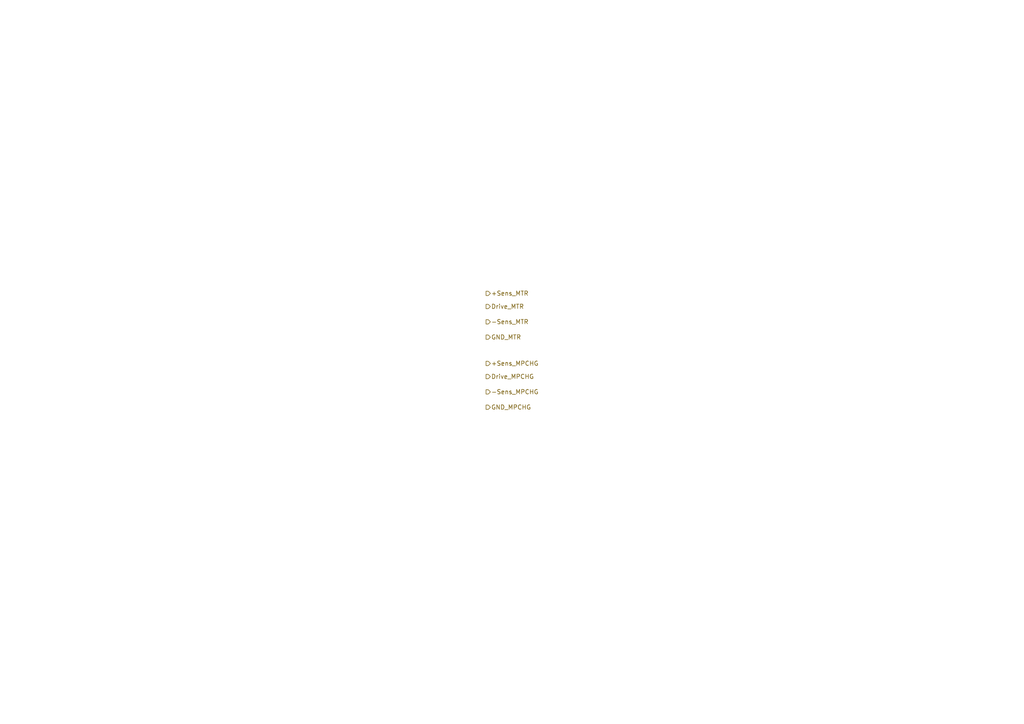
<source format=kicad_sch>
(kicad_sch
	(version 20250114)
	(generator "eeschema")
	(generator_version "9.0")
	(uuid "a969dc67-4f4e-4342-91e8-dc6fdef44822")
	(paper "A4")
	(lib_symbols)
	(hierarchical_label "GND_MPCHG"
		(shape output)
		(at 140.97 118.11 0)
		(effects
			(font
				(size 1.27 1.27)
			)
			(justify left)
		)
		(uuid "23d44534-5898-47c4-a446-92c68738a582")
	)
	(hierarchical_label "GND_MTR"
		(shape output)
		(at 140.97 97.79 0)
		(effects
			(font
				(size 1.27 1.27)
			)
			(justify left)
		)
		(uuid "27e3746f-2714-4ab6-97eb-3e35dc866847")
	)
	(hierarchical_label "+Sens_MPCHG"
		(shape output)
		(at 140.97 105.41 0)
		(effects
			(font
				(size 1.27 1.27)
			)
			(justify left)
		)
		(uuid "3a49d6d0-e50f-4965-bf1b-cab23836fde1")
	)
	(hierarchical_label "-Sens_MPCHG"
		(shape output)
		(at 140.97 113.665 0)
		(effects
			(font
				(size 1.27 1.27)
			)
			(justify left)
		)
		(uuid "52480b92-5f2c-406e-9d5c-ef23eada2ac5")
	)
	(hierarchical_label "-Sens_MTR"
		(shape output)
		(at 140.97 93.345 0)
		(effects
			(font
				(size 1.27 1.27)
			)
			(justify left)
		)
		(uuid "6951a123-2dd4-456b-ad4c-072dfda1234c")
	)
	(hierarchical_label "Drive_MTR"
		(shape output)
		(at 140.97 88.9 0)
		(effects
			(font
				(size 1.27 1.27)
			)
			(justify left)
		)
		(uuid "a4a6c31b-8994-4a32-acca-403de69cadc5")
	)
	(hierarchical_label "+Sens_MTR"
		(shape output)
		(at 140.97 85.09 0)
		(effects
			(font
				(size 1.27 1.27)
			)
			(justify left)
		)
		(uuid "afe513fa-7a25-475f-8be1-5d9671cb2510")
	)
	(hierarchical_label "Drive_MPCHG"
		(shape output)
		(at 140.97 109.22 0)
		(effects
			(font
				(size 1.27 1.27)
			)
			(justify left)
		)
		(uuid "da3358c1-7a67-46e1-a43e-1092767a2172")
	)
)

</source>
